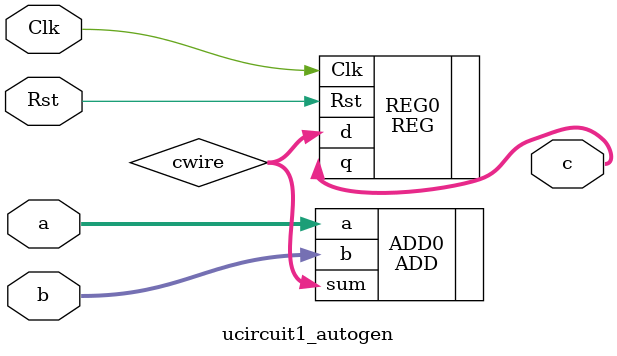
<source format=v>
`timescale 1ns/1ns

module ucircuit1_autogen(a, b, c, Clk, Rst);

    input [7:0] a;
    input [7:0] b;
    input Clk;
    input Rst;

    output [7:0] c;

    wire [7:0] cwire;

    ADD #(.DATAWIDTH(8)) ADD0(.a(a), .b(b), .sum(cwire));
    REG #(.DATAWIDTH(8)) REG0(.Clk(Clk), .Rst(Rst), .d(cwire), .q(c));

endmodule

</source>
